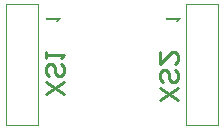
<source format=gbo>
G04*
G04 #@! TF.GenerationSoftware,Altium Limited,Altium Designer,19.1.6 (110)*
G04*
G04 Layer_Color=32896*
%FSLAX43Y43*%
%MOMM*%
G71*
G01*
G75*
%ADD10C,0.100*%
%ADD11C,0.254*%
G36*
X41341Y36978D02*
X41361Y36972D01*
X41369Y36969D01*
X41374Y36965D01*
X41376Y36963D01*
X41378Y36961D01*
X41386Y36952D01*
X41393Y36943D01*
X41399Y36928D01*
X41402Y36917D01*
Y36913D01*
X41400Y36898D01*
X41397Y36885D01*
X41393Y36878D01*
X41391Y36874D01*
X41384Y36863D01*
X41376Y36854D01*
X41371Y36846D01*
X41369Y36844D01*
X41123Y36598D01*
X41113Y36591D01*
X41104Y36585D01*
X41086Y36580D01*
X41080Y36578D01*
X41074Y36576D01*
X41071D01*
X41069D01*
X41058Y36578D01*
X41047Y36580D01*
X41028Y36589D01*
X41021Y36593D01*
X41015Y36596D01*
X41013Y36598D01*
X41012Y36600D01*
X41004Y36609D01*
X40999Y36620D01*
X40993Y36637D01*
X40991Y36645D01*
X40989Y36650D01*
Y36656D01*
X40991Y36667D01*
X40993Y36678D01*
X41000Y36695D01*
X41004Y36702D01*
X41008Y36707D01*
X41012Y36709D01*
Y36711D01*
X41149Y36822D01*
X40212D01*
X40197Y36824D01*
X40186Y36826D01*
X40175Y36830D01*
X40165Y36833D01*
X40160Y36837D01*
X40154Y36841D01*
X40152Y36844D01*
X40151D01*
X40139Y36863D01*
X40134Y36882D01*
Y36891D01*
X40132Y36896D01*
Y36902D01*
X40134Y36915D01*
X40136Y36924D01*
X40143Y36943D01*
X40147Y36950D01*
X40149Y36956D01*
X40152Y36957D01*
Y36959D01*
X40162Y36967D01*
X40171Y36972D01*
X40191Y36980D01*
X40199D01*
X40206Y36982D01*
X40210D01*
X40212D01*
X41315D01*
X41328D01*
X41341Y36978D01*
D02*
G37*
G36*
X31181D02*
X31201Y36972D01*
X31209Y36969D01*
X31214Y36965D01*
X31216Y36963D01*
X31218Y36961D01*
X31226Y36952D01*
X31233Y36943D01*
X31239Y36928D01*
X31242Y36917D01*
Y36913D01*
X31240Y36898D01*
X31237Y36885D01*
X31233Y36878D01*
X31231Y36874D01*
X31224Y36863D01*
X31216Y36854D01*
X31211Y36846D01*
X31209Y36844D01*
X30963Y36598D01*
X30953Y36591D01*
X30944Y36585D01*
X30926Y36580D01*
X30920Y36578D01*
X30914Y36576D01*
X30911D01*
X30909D01*
X30898Y36578D01*
X30887Y36580D01*
X30868Y36589D01*
X30861Y36593D01*
X30855Y36596D01*
X30853Y36598D01*
X30852Y36600D01*
X30844Y36609D01*
X30839Y36620D01*
X30833Y36637D01*
X30831Y36645D01*
X30829Y36650D01*
Y36656D01*
X30831Y36667D01*
X30833Y36678D01*
X30840Y36695D01*
X30844Y36702D01*
X30848Y36707D01*
X30852Y36709D01*
Y36711D01*
X30989Y36822D01*
X30052D01*
X30037Y36824D01*
X30026Y36826D01*
X30015Y36830D01*
X30005Y36833D01*
X30000Y36837D01*
X29994Y36841D01*
X29992Y36844D01*
X29991D01*
X29979Y36863D01*
X29974Y36882D01*
Y36891D01*
X29972Y36896D01*
Y36902D01*
X29974Y36915D01*
X29976Y36924D01*
X29983Y36943D01*
X29987Y36950D01*
X29989Y36956D01*
X29992Y36957D01*
Y36959D01*
X30002Y36967D01*
X30011Y36972D01*
X30031Y36980D01*
X30039D01*
X30046Y36982D01*
X30050D01*
X30052D01*
X31155D01*
X31168D01*
X31181Y36978D01*
D02*
G37*
D10*
X41834Y27864D02*
Y38176D01*
Y27864D02*
X44526D01*
Y38176D01*
X41834D02*
X44526D01*
X26594Y27864D02*
Y38176D01*
Y27864D02*
X29286D01*
Y38176D01*
X26594D02*
X29286D01*
D11*
X41148Y29972D02*
X39624Y30988D01*
X41148D02*
X39624Y29972D01*
X40894Y32511D02*
X41148Y32257D01*
Y31749D01*
X40894Y31496D01*
X40640D01*
X40386Y31749D01*
Y32257D01*
X40132Y32511D01*
X39878D01*
X39624Y32257D01*
Y31749D01*
X39878Y31496D01*
X39624Y34035D02*
Y33019D01*
X40640Y34035D01*
X40894D01*
X41148Y33781D01*
Y33273D01*
X40894Y33019D01*
X31496Y30480D02*
X29972Y31496D01*
X31496D02*
X29972Y30480D01*
X31242Y33019D02*
X31496Y32765D01*
Y32257D01*
X31242Y32004D01*
X30988D01*
X30734Y32257D01*
Y32765D01*
X30480Y33019D01*
X30226D01*
X29972Y32765D01*
Y32257D01*
X30226Y32004D01*
X29972Y33527D02*
Y34035D01*
Y33781D01*
X31496D01*
X31242Y33527D01*
M02*

</source>
